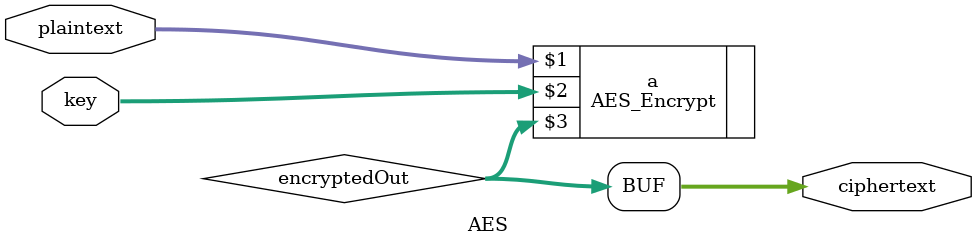
<source format=v>
/******************************************************************************
 ***									    ***
 *** ECE 526 L Final Project 			John Truong, Spring, 2024   ***
 ***									    ***
 *** Final Project							    ***
 ***									    ***
 ******************************************************************************
 *** Filename: AES.v			   Created by John Truong, 5/3/24   ***
 ***									    ***
 ******************************************************************************
 *** This module is the top module of the AES Encryption process. It uses   ***
 *** localparam as an assurance that the WIDTH of the input and output does ***
 *** not change from the fixed size of 128 bits. For parameters that need   ***		   		    
 *** to be changed like N (size of key) Nr (# of rounds) and Nk (# of words)***
 *** I use module parameraters so that it can be overriden during 	    ***
 *** instantiation.
 ***		________4x4 State Array__________			    ***
 ***		|Col0	|Col1	|Col2	|Col3	|			    ***
 ***	Row0	|7:0	|39:32	|71:64	|103:96	|  		 	    ***
 ***	Row1	|15:8	|47:40	|79:72	|111:104|  			    ***
 ***	Row2	|23:16	|55:48	|87:80	|119:112|  			    ***
 ***	Row3	|31:24	|63:56	|95:88	|127:120|  			    ***
 ******************************************************************************
 ******************************************************************************/


module AES#(parameter N=128,parameter Nr=10,parameter Nk=4)(ciphertext, plaintext, key);

// Declaration of localparam WIDTH
localparam WIDTH = 128;

// Declaration of Inputs and Outputs
output wire [WIDTH-1:0] ciphertext;
input  wire [WIDTH-1:0] plaintext;
input  wire [N-1:0] key;

// The result of the encryption module for every type
wire[127:0] encryptedOut;

// Instantiate Encryption Process
AES_Encrypt #(N, Nr, Nk) a(plaintext, key, encryptedOut);

assign ciphertext = encryptedOut; // assign output

endmodule

</source>
